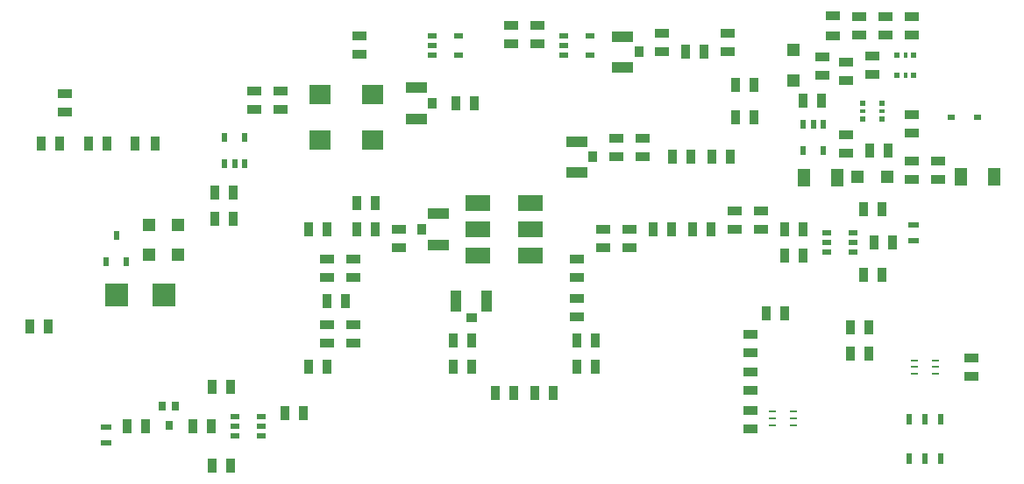
<source format=gtp>
G04 (created by PCBNEW (2013-07-07 BZR 4022)-stable) date 3/2/2015 1:41:46 AM*
%MOIN*%
G04 Gerber Fmt 3.4, Leading zero omitted, Abs format*
%FSLAX34Y34*%
G01*
G70*
G90*
G04 APERTURE LIST*
%ADD10C,0.006*%
%ADD11R,0.026X0.01*%
%ADD12R,0.088X0.088*%
%ADD13R,0.053X0.038*%
%ADD14R,0.0374X0.0393*%
%ADD15R,0.0846X0.0393*%
%ADD16R,0.024X0.021*%
%ADD17R,0.024X0.014*%
%ADD18R,0.021X0.024*%
%ADD19R,0.014X0.024*%
%ADD20R,0.013748X0.024*%
%ADD21R,0.033X0.022*%
%ADD22R,0.0846142X0.0767402*%
%ADD23R,0.022X0.033*%
%ADD24R,0.0452X0.0689*%
%ADD25R,0.022X0.036*%
%ADD26R,0.023X0.043*%
%ADD27R,0.0531X0.0334*%
%ADD28R,0.0531X0.033*%
%ADD29R,0.0334X0.0531*%
%ADD30R,0.033X0.0531*%
%ADD31R,0.098X0.063*%
%ADD32R,0.038X0.053*%
%ADD33R,0.043X0.023*%
%ADD34R,0.0256X0.0334*%
%ADD35R,0.0452X0.0452*%
%ADD36R,0.0295X0.0216*%
%ADD37R,0.0393X0.0374*%
%ADD38R,0.0393X0.0846*%
G04 APERTURE END LIST*
G54D10*
G54D11*
X44336Y-23994D03*
X45164Y-23994D03*
X45164Y-24506D03*
X45164Y-24250D03*
X44336Y-24506D03*
X44336Y-24250D03*
G54D12*
X15825Y-21500D03*
X14025Y-21500D03*
G54D13*
X40850Y-12450D03*
X40850Y-13150D03*
G54D14*
X26020Y-14200D03*
G54D15*
X25400Y-13609D03*
X25400Y-14791D03*
G54D13*
X33000Y-16250D03*
X33000Y-15550D03*
G54D16*
X42375Y-14192D03*
X42375Y-14807D03*
G54D17*
X42375Y-14500D03*
X43124Y-14500D03*
G54D16*
X43124Y-14807D03*
X43124Y-14192D03*
G54D18*
X44307Y-12375D03*
X43692Y-12375D03*
G54D19*
X44000Y-12375D03*
G54D20*
X44000Y-13124D03*
G54D18*
X43692Y-13124D03*
X44307Y-13124D03*
G54D21*
X42000Y-19125D03*
X42000Y-19875D03*
X41000Y-19875D03*
X41000Y-19500D03*
X41000Y-19125D03*
X42000Y-19500D03*
G54D22*
X21750Y-13883D03*
X23750Y-13883D03*
X21750Y-15616D03*
X23750Y-15616D03*
G54D23*
X40875Y-16000D03*
X40125Y-16000D03*
X40125Y-15000D03*
X40500Y-15000D03*
X40875Y-15000D03*
G54D24*
X46120Y-17000D03*
X47380Y-17000D03*
X41405Y-17025D03*
X40145Y-17025D03*
G54D25*
X14375Y-20250D03*
X13625Y-20250D03*
X14000Y-19250D03*
G54D21*
X18500Y-26875D03*
X18500Y-26125D03*
X19500Y-26125D03*
X19500Y-26500D03*
X19500Y-26875D03*
X18500Y-26500D03*
G54D26*
X44750Y-26250D03*
X45350Y-26250D03*
X44150Y-26250D03*
G54D27*
X41250Y-10876D03*
G54D28*
X41250Y-11624D03*
G54D29*
X15474Y-15750D03*
G54D30*
X14726Y-15750D03*
G54D31*
X27750Y-18000D03*
X27750Y-19000D03*
X27750Y-20000D03*
X29750Y-20000D03*
X29750Y-19000D03*
X29750Y-18000D03*
G54D32*
X13650Y-15750D03*
X12950Y-15750D03*
X42800Y-19500D03*
X43500Y-19500D03*
X39400Y-19000D03*
X40100Y-19000D03*
X39400Y-20000D03*
X40100Y-20000D03*
X22000Y-24250D03*
X21300Y-24250D03*
G54D13*
X23000Y-20850D03*
X23000Y-20150D03*
G54D32*
X22000Y-19000D03*
X21300Y-19000D03*
X23150Y-19000D03*
X23850Y-19000D03*
G54D13*
X24750Y-19000D03*
X24750Y-19700D03*
X22000Y-22650D03*
X22000Y-23350D03*
G54D32*
X22000Y-21750D03*
X22700Y-21750D03*
X28400Y-25250D03*
X29100Y-25250D03*
X31500Y-23250D03*
X32200Y-23250D03*
X27500Y-24250D03*
X26800Y-24250D03*
G54D13*
X31500Y-22350D03*
X31500Y-21650D03*
G54D32*
X38250Y-14750D03*
X37550Y-14750D03*
X42650Y-16000D03*
X43350Y-16000D03*
G54D13*
X41750Y-16100D03*
X41750Y-15400D03*
G54D32*
X37350Y-16250D03*
X36650Y-16250D03*
G54D13*
X34000Y-16250D03*
X34000Y-15550D03*
G54D33*
X13600Y-26550D03*
X13600Y-27150D03*
G54D32*
X40100Y-14100D03*
X40800Y-14100D03*
G54D13*
X29000Y-11250D03*
X29000Y-11950D03*
G54D33*
X44300Y-19450D03*
X44300Y-18850D03*
G54D23*
X18125Y-15500D03*
X18875Y-15500D03*
X18875Y-16500D03*
X18500Y-16500D03*
X18125Y-16500D03*
G54D21*
X27000Y-11625D03*
X27000Y-12375D03*
X26000Y-12375D03*
X26000Y-12000D03*
X26000Y-11625D03*
X32000Y-11625D03*
X32000Y-12375D03*
X31000Y-12375D03*
X31000Y-12000D03*
X31000Y-11625D03*
G54D13*
X37500Y-19000D03*
X37500Y-18300D03*
G54D26*
X44750Y-27750D03*
X44150Y-27750D03*
X45350Y-27750D03*
G54D13*
X46500Y-23900D03*
X46500Y-24600D03*
X44250Y-17100D03*
X44250Y-16400D03*
G54D32*
X27500Y-23250D03*
X26800Y-23250D03*
X30600Y-25250D03*
X29900Y-25250D03*
G54D13*
X32500Y-19000D03*
X32500Y-19700D03*
X31500Y-20150D03*
X31500Y-20850D03*
G54D32*
X36600Y-19000D03*
X35900Y-19000D03*
G54D13*
X38500Y-19000D03*
X38500Y-18300D03*
G54D32*
X17750Y-17600D03*
X18450Y-17600D03*
X31500Y-24250D03*
X32200Y-24250D03*
G54D13*
X30000Y-11250D03*
X30000Y-11950D03*
X23250Y-11650D03*
X23250Y-12350D03*
G54D32*
X38250Y-13500D03*
X37550Y-13500D03*
X42600Y-22750D03*
X41900Y-22750D03*
X42600Y-23750D03*
X41900Y-23750D03*
X42400Y-20750D03*
X43100Y-20750D03*
X42400Y-18250D03*
X43100Y-18250D03*
X18350Y-25000D03*
X17650Y-25000D03*
X18350Y-28000D03*
X17650Y-28000D03*
X35150Y-16250D03*
X35850Y-16250D03*
X23850Y-18000D03*
X23150Y-18000D03*
X17750Y-18600D03*
X18450Y-18600D03*
G54D13*
X34750Y-11550D03*
X34750Y-12250D03*
X20250Y-13750D03*
X20250Y-14450D03*
X42250Y-10900D03*
X42250Y-11600D03*
X37250Y-11550D03*
X37250Y-12250D03*
G54D32*
X34400Y-19000D03*
X35100Y-19000D03*
G54D13*
X22000Y-20150D03*
X22000Y-20850D03*
X23000Y-23350D03*
X23000Y-22650D03*
X19250Y-13750D03*
X19250Y-14450D03*
X33500Y-19000D03*
X33500Y-19700D03*
G54D32*
X36350Y-12250D03*
X35650Y-12250D03*
G54D13*
X44250Y-10900D03*
X44250Y-11600D03*
X43250Y-11600D03*
X43250Y-10900D03*
G54D32*
X27600Y-14200D03*
X26900Y-14200D03*
X11850Y-15750D03*
X11150Y-15750D03*
G54D13*
X12050Y-14550D03*
X12050Y-13850D03*
X44250Y-15350D03*
X44250Y-14650D03*
X42750Y-12400D03*
X42750Y-13100D03*
X41750Y-13350D03*
X41750Y-12650D03*
G54D34*
X15744Y-25726D03*
X16256Y-25726D03*
X16000Y-26474D03*
G54D35*
X39750Y-13321D03*
X39750Y-12179D03*
X43321Y-17000D03*
X42179Y-17000D03*
X15250Y-19971D03*
X15250Y-18829D03*
G54D36*
X46742Y-14750D03*
X45758Y-14750D03*
G54D35*
X16350Y-19971D03*
X16350Y-18829D03*
G54D32*
X20400Y-26000D03*
X21100Y-26000D03*
X14400Y-26500D03*
X15100Y-26500D03*
X16900Y-26500D03*
X17600Y-26500D03*
G54D13*
X45250Y-16400D03*
X45250Y-17100D03*
X38100Y-25900D03*
X38100Y-26600D03*
G54D11*
X39764Y-26456D03*
X38936Y-26456D03*
X38936Y-25944D03*
X38936Y-26200D03*
X39764Y-25944D03*
X39764Y-26200D03*
G54D14*
X32120Y-16250D03*
G54D15*
X31500Y-15659D03*
X31500Y-16841D03*
G54D37*
X27500Y-22370D03*
G54D38*
X28091Y-21750D03*
X26909Y-21750D03*
G54D14*
X25630Y-19000D03*
G54D15*
X26250Y-19591D03*
X26250Y-18409D03*
G54D14*
X33870Y-12250D03*
G54D15*
X33250Y-11659D03*
X33250Y-12841D03*
G54D13*
X38100Y-23000D03*
X38100Y-23700D03*
G54D32*
X39400Y-22200D03*
X38700Y-22200D03*
X10700Y-22700D03*
X11400Y-22700D03*
G54D13*
X38100Y-24450D03*
X38100Y-25150D03*
M02*

</source>
